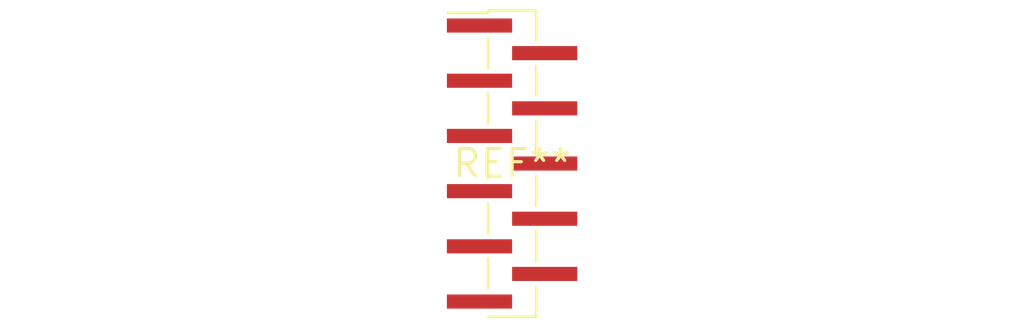
<source format=kicad_pcb>
(kicad_pcb (version 20240108) (generator pcbnew)
  (layers (0 "F.Cu" signal) (31 "B.Cu" signal) (34 "B.Paste" user) (35 "F.Paste" user) (36 "B.SilkS" user "B.Silkscreen") (37 "F.SilkS" user "F.Silkscreen") (38 "B.Mask" user) (39 "F.Mask" user) (44 "Edge.Cuts" user))
  (net 0 "")
  (footprint "PinHeader_1x11_P1.27mm_Vertical_SMD_Pin1Left" (layer "F.Cu") (at 0 0)
    (property "Reference" "REF**")
    (property "Value" "PinHeader_1x11_P1.27mm_Vertical_SMD_Pin1Left")
    (fp_line (start -1.11 -7.045) (end -1.11 -6.935) (layer "F.SilkS") (stroke (width 0.12)))
    (fp_line (start -1.11 -7.045) (end 1.11 -7.045) (layer "F.SilkS") (stroke (width 0.12)))
    (fp_line (start -1.11 -6.935) (end -2.94 -6.935) (layer "F.SilkS") (stroke (width 0.12)))
    (fp_line (start -1.11 -5.765) (end -1.11 -4.395) (layer "F.SilkS") (stroke (width 0.12)))
    (fp_line (start -1.11 -3.225) (end -1.11 -1.855) (layer "F.SilkS") (stroke (width 0.12)))
    (fp_line (start -1.11 -0.685) (end -1.11 0.685) (layer "F.SilkS") (stroke (width 0.12)))
    (fp_line (start -1.11 1.855) (end -1.11 3.225) (layer "F.SilkS") (stroke (width 0.12)))
    (fp_line (start -1.11 4.395) (end -1.11 5.765) (layer "F.SilkS") (stroke (width 0.12)))
    (fp_line (start -1.11 7.045) (end 1.11 7.045) (layer "F.SilkS") (stroke (width 0.12)))
    (fp_line (start 1.11 -7.035) (end 1.11 -5.665) (layer "F.SilkS") (stroke (width 0.12)))
    (fp_line (start 1.11 -4.495) (end 1.11 -3.125) (layer "F.SilkS") (stroke (width 0.12)))
    (fp_line (start 1.11 -1.955) (end 1.11 -0.585) (layer "F.SilkS") (stroke (width 0.12)))
    (fp_line (start 1.11 0.585) (end 1.11 1.955) (layer "F.SilkS") (stroke (width 0.12)))
    (fp_line (start 1.11 3.125) (end 1.11 4.495) (layer "F.SilkS") (stroke (width 0.12)))
    (fp_line (start 1.11 5.665) (end 1.11 7.035) (layer "F.SilkS") (stroke (width 0.12)))
    (fp_line (start 1.11 6.935) (end 1.11 7.045) (layer "F.SilkS") (stroke (width 0.12)))
    (pad "1" smd rect (at -1.5 -6.35) (size 3 0.65) (layers "F.Cu" "F.Paste" "F.Mask"))
    (pad "2" smd rect (at 1.5 -5.08) (size 3 0.65) (layers "F.Cu" "F.Paste" "F.Mask"))
    (pad "3" smd rect (at -1.5 -3.81) (size 3 0.65) (layers "F.Cu" "F.Paste" "F.Mask"))
    (pad "4" smd rect (at 1.5 -2.54) (size 3 0.65) (layers "F.Cu" "F.Paste" "F.Mask"))
    (pad "5" smd rect (at -1.5 -1.27) (size 3 0.65) (layers "F.Cu" "F.Paste" "F.Mask"))
    (pad "6" smd rect (at 1.5 0) (size 3 0.65) (layers "F.Cu" "F.Paste" "F.Mask"))
    (pad "7" smd rect (at -1.5 1.27) (size 3 0.65) (layers "F.Cu" "F.Paste" "F.Mask"))
    (pad "8" smd rect (at 1.5 2.54) (size 3 0.65) (layers "F.Cu" "F.Paste" "F.Mask"))
    (pad "9" smd rect (at -1.5 3.81) (size 3 0.65) (layers "F.Cu" "F.Paste" "F.Mask"))
    (pad "10" smd rect (at 1.5 5.08) (size 3 0.65) (layers "F.Cu" "F.Paste" "F.Mask"))
    (pad "11" smd rect (at -1.5 6.35) (size 3 0.65) (layers "F.Cu" "F.Paste" "F.Mask"))
  )
)
</source>
